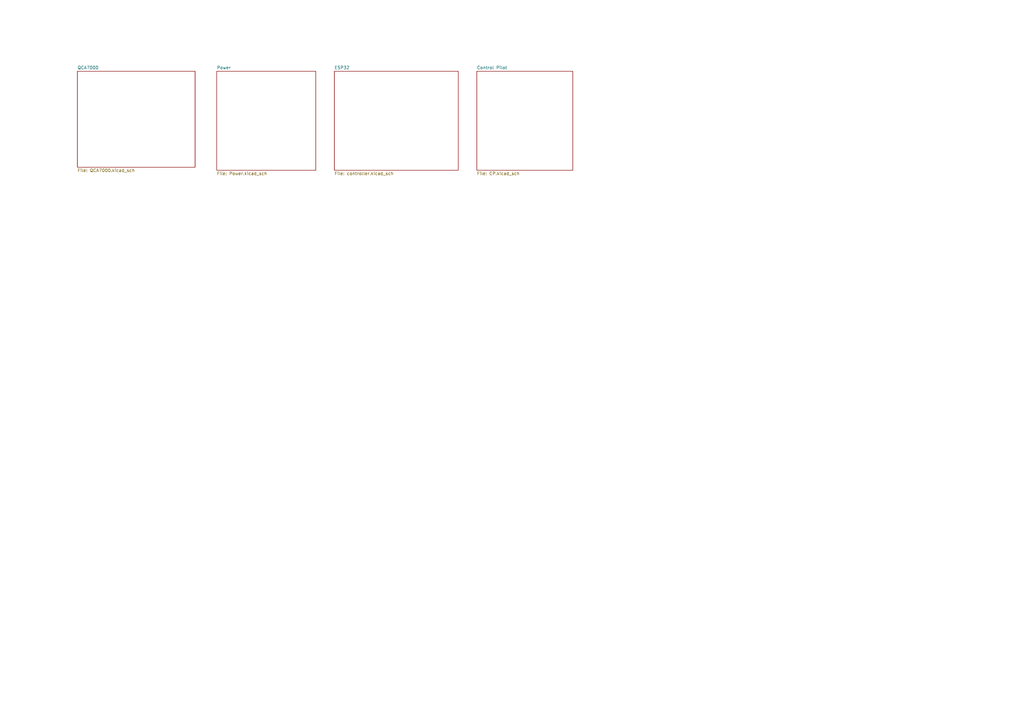
<source format=kicad_sch>
(kicad_sch
	(version 20231120)
	(generator "eeschema")
	(generator_version "8.0")
	(uuid "b2521f89-a39e-4cd4-89e3-f2ffacc09ee9")
	(paper "A3")
	(lib_symbols)
	(sheet
		(at 88.9 29.21)
		(size 40.64 40.64)
		(fields_autoplaced yes)
		(stroke
			(width 0.1524)
			(type solid)
		)
		(fill
			(color 0 0 0 0.0000)
		)
		(uuid "2c298ca5-6f3c-464f-879d-02defc5f3095")
		(property "Sheetname" "Power"
			(at 88.9 28.4984 0)
			(effects
				(font
					(size 1.27 1.27)
				)
				(justify left bottom)
			)
		)
		(property "Sheetfile" "Power.kicad_sch"
			(at 88.9 70.4346 0)
			(effects
				(font
					(size 1.27 1.27)
				)
				(justify left top)
			)
		)
		(instances
			(project "HardwareDesign"
				(path "/b2521f89-a39e-4cd4-89e3-f2ffacc09ee9"
					(page "3")
				)
			)
		)
	)
	(sheet
		(at 195.58 29.21)
		(size 39.37 40.64)
		(fields_autoplaced yes)
		(stroke
			(width 0.1524)
			(type solid)
		)
		(fill
			(color 0 0 0 0.0000)
		)
		(uuid "310c674e-7009-4005-a0b5-31a5e5a7d998")
		(property "Sheetname" "Control Pilot"
			(at 195.58 28.4984 0)
			(effects
				(font
					(size 1.27 1.27)
				)
				(justify left bottom)
			)
		)
		(property "Sheetfile" "CP.kicad_sch"
			(at 195.58 70.4346 0)
			(effects
				(font
					(size 1.27 1.27)
				)
				(justify left top)
			)
		)
		(instances
			(project "HardwareDesign"
				(path "/b2521f89-a39e-4cd4-89e3-f2ffacc09ee9"
					(page "5")
				)
			)
		)
	)
	(sheet
		(at 31.75 29.21)
		(size 48.26 39.37)
		(fields_autoplaced yes)
		(stroke
			(width 0.1524)
			(type solid)
		)
		(fill
			(color 0 0 0 0.0000)
		)
		(uuid "7c3332e6-b7b3-42df-8f6e-eb3e92ab2a48")
		(property "Sheetname" "QCA7000"
			(at 31.75 28.4984 0)
			(effects
				(font
					(size 1.27 1.27)
				)
				(justify left bottom)
			)
		)
		(property "Sheetfile" "QCA7000.kicad_sch"
			(at 31.75 69.1646 0)
			(effects
				(font
					(size 1.27 1.27)
				)
				(justify left top)
			)
		)
		(instances
			(project "HardwareDesign"
				(path "/b2521f89-a39e-4cd4-89e3-f2ffacc09ee9"
					(page "2")
				)
			)
		)
	)
	(sheet
		(at 137.16 29.21)
		(size 50.8 40.64)
		(fields_autoplaced yes)
		(stroke
			(width 0.1524)
			(type solid)
		)
		(fill
			(color 0 0 0 0.0000)
		)
		(uuid "926467a7-41cd-40ac-aa6a-40b8788f0c0f")
		(property "Sheetname" "ESP32"
			(at 137.16 28.4984 0)
			(effects
				(font
					(size 1.27 1.27)
				)
				(justify left bottom)
			)
		)
		(property "Sheetfile" "controller.kicad_sch"
			(at 137.16 70.4346 0)
			(effects
				(font
					(size 1.27 1.27)
				)
				(justify left top)
			)
		)
		(instances
			(project "HardwareDesign"
				(path "/b2521f89-a39e-4cd4-89e3-f2ffacc09ee9"
					(page "4")
				)
			)
		)
	)
	(sheet_instances
		(path "/"
			(page "1")
		)
	)
)

</source>
